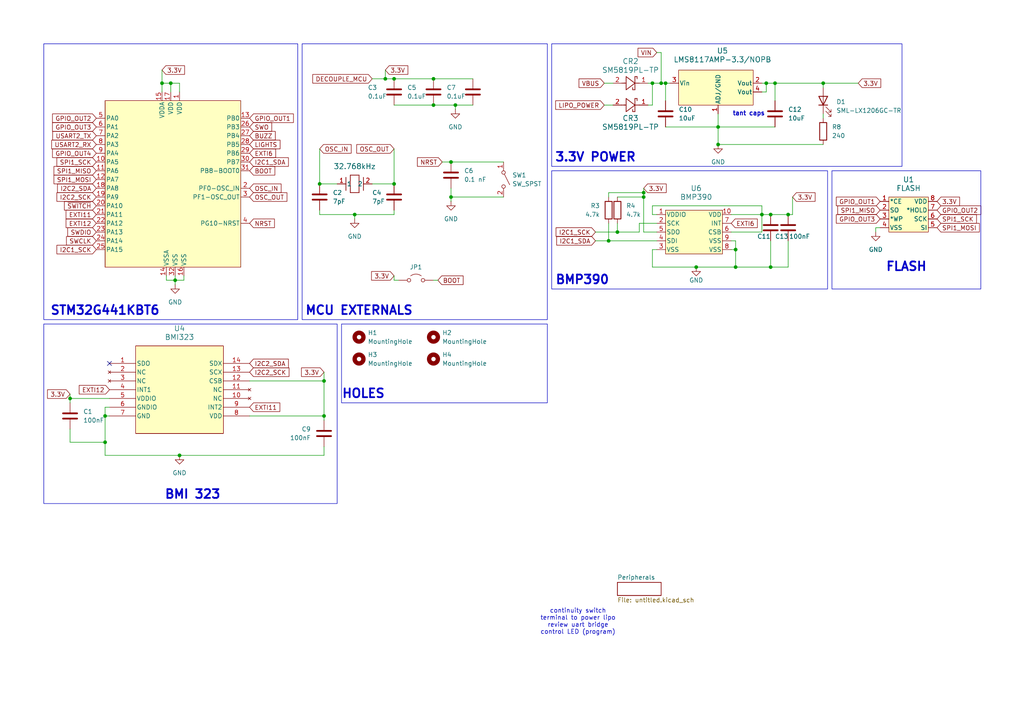
<source format=kicad_sch>
(kicad_sch (version 20250114) (generator "eeschema") (generator_version "9.0")
  (paper "A4")
  (lib_symbols
    (symbol "BMI323:BMI323" (pin_names (offset 0.254))
      (property "Reference" "U6" (at 20.32 10.16 0))
      (property "Value" "BMI323" (at 20.32 7.62 0))
      (symbol "BMI323_0_1"
        (polyline (pts (xy 7.62 5.08) (xy 7.62 -20.32)) (stroke (width 0.127)))
        (polyline (pts (xy 7.62 -20.32) (xy 33.02 -20.32)) (stroke (width 0.127)))
        (polyline (pts (xy 33.02 5.08) (xy 7.62 5.08)) (stroke (width 0.127)))
        (polyline (pts (xy 33.02 -20.32) (xy 33.02 5.08)) (stroke (width 0.127)))
        (pin bidirectional line (at 0 0 0) (length 7.62) (name "SDO") (number "1"))
        (pin no_connect line (at 0 -2.54 0) (length 7.62) (name "NC") (number "2"))
        (pin no_connect line (at 0 -5.08 0) (length 7.62) (name "NC") (number "3"))
        (pin bidirectional line (at 0 -7.62 0) (length 7.62) (name "INT1") (number "4"))
        (pin power_in line (at 0 -10.16 0) (length 7.62) (name "VDDIO") (number "5"))
        (pin power_out line (at 0 -12.7 0) (length 7.62) (name "GNDIO") (number "6"))
        (pin power_out line (at 0 -15.24 0) (length 7.62) (name "GND") (number "7"))
        (pin bidirectional line (at 40.64 0 180) (length 7.62) (name "SDX") (number "14"))
        (pin input line (at 40.64 -2.54 180) (length 7.62) (name "SCX") (number "13"))
        (pin input line (at 40.64 -5.08 180) (length 7.62) (name "CSB") (number "12"))
        (pin no_connect line (at 40.64 -7.62 180) (length 7.62) (name "NC") (number "11"))
        (pin no_connect line (at 40.64 -10.16 180) (length 7.62) (name "NC") (number "10"))
        (pin bidirectional line (at 40.64 -12.7 180) (length 7.62) (name "INT2") (number "9"))
        (pin power_in line (at 40.64 -15.24 180) (length 7.62) (name "VDD") (number "8"))
      )
      (symbol "BMI323_1_1"
        (rectangle (start 7.62 5.08) (end 33.02 -20.32) (fill (type background)))
      )
    )
    (symbol "BMP390:BMP390" (pin_names (offset 0.254))
      (property "Reference" "U4" (at 20.32 12.7 0))
      (property "Value" "BMP390" (at 20.32 10.16 0))
      (symbol "BMP390_0_1"
        (pin power_in line (at 8.89 5.08 0) (length 2.54) (name "VDDIO") (number "1"))
        (pin input line (at 8.89 2.54 0) (length 2.54) (name "SCK") (number "2"))
        (pin bidirectional line (at 8.89 0 0) (length 2.54) (name "SDO") (number "5"))
        (pin bidirectional line (at 8.89 -2.54 0) (length 2.54) (name "SDI") (number "4"))
        (pin power_out line (at 8.89 -5.08 0) (length 2.54) (name "VSS") (number "3"))
        (pin power_in line (at 30.48 5.08 180) (length 2.54) (name "VDD") (number "10"))
        (pin input line (at 30.48 2.54 180) (length 2.54) (name "INT") (number "7"))
        (pin input line (at 30.48 0 180) (length 2.54) (name "CSB") (number "6"))
        (pin power_out line (at 30.48 -2.54 180) (length 2.54) (name "VSS") (number "9"))
        (pin power_out line (at 30.48 -5.08 180) (length 2.54) (name "VSS") (number "8"))
      )
      (symbol "BMP390_1_1"
        (rectangle (start 11.43 6.35) (end 27.94 -6.35) (fill (type background)))
      )
    )
    (symbol "CRYSTRES:CM7V-T1A-32.768KHZ-7PF-20PPM-TA-QC" (pin_names (offset 0.254))
      (property "Reference" "X" (at 5.08 4.445 0))
      (property "Value" "CM7V-T1A-32.768KHZ-7PF-20PPM-TA-QC" (at 5.08 -4.445 0))
      (symbol "CM7V-T1A-32.768KHZ-7PF-20PPM-TA-QC_1_1"
        (polyline (pts (xy 2.54 -1.905) (xy 2.54 1.905)) (stroke (width 0.2032)))
        (polyline (pts (xy 3.81 2.54) (xy 6.35 2.54)) (stroke (width 0.2032)))
        (polyline (pts (xy 3.81 -2.54) (xy 3.81 2.54)) (stroke (width 0.2032)))
        (polyline (pts (xy 6.35 2.54) (xy 6.35 -2.54)) (stroke (width 0.2032)))
        (polyline (pts (xy 6.35 -2.54) (xy 3.81 -2.54)) (stroke (width 0.2032)))
        (polyline (pts (xy 7.62 -1.905) (xy 7.62 1.905)) (stroke (width 0.2032)))
        (pin unspecified line (at 0 0 0) (length 2.54) (name "1") (number "1"))
        (pin unspecified line (at 10.16 0 180) (length 2.54) (name "2") (number "2"))
      )
      (symbol "CM7V-T1A-32.768KHZ-7PF-20PPM-TA-QC_1_2"
        (polyline (pts (xy -2.54 6.35) (xy 2.54 6.35)) (stroke (width 0.2032)))
        (polyline (pts (xy -2.54 3.81) (xy -2.54 6.35)) (stroke (width 0.2032)))
        (polyline (pts (xy 1.905 7.62) (xy -1.905 7.62)) (stroke (width 0.2032)))
        (polyline (pts (xy 1.905 2.54) (xy -1.905 2.54)) (stroke (width 0.2032)))
        (polyline (pts (xy 2.54 6.35) (xy 2.54 3.81)) (stroke (width 0.2032)))
        (polyline (pts (xy 2.54 3.81) (xy -2.54 3.81)) (stroke (width 0.2032)))
        (pin unspecified line (at 0 10.16 270) (length 2.54) (name "2") (number "2"))
        (pin unspecified line (at 0 0 90) (length 2.54) (name "1") (number "1"))
      )
    )
    (symbol "DIODEPWR:SM5819PL-TP" (pin_names (offset 0.254))
      (property "Reference" "CR" (at 5.08 4.445 0))
      (property "Value" "SM5819PL-TP" (at 5.08 -3.81 0))
      (symbol "SM5819PL-TP_0_1"
        (polyline (pts (xy 2.54 0) (xy 3.4798 0)) (stroke (width 0.2032)))
        (polyline (pts (xy 3.175 0) (xy 3.81 0)) (stroke (width 0.2032)))
        (polyline (pts (xy 3.81 1.905) (xy 3.81 -1.905)) (stroke (width 0.2032)))
        (polyline (pts (xy 3.81 -1.905) (xy 6.35 0)) (stroke (width 0.2032)))
        (polyline (pts (xy 5.715 -1.905) (xy 5.715 -1.27)) (stroke (width 0.2032)))
        (polyline (pts (xy 6.35 1.905) (xy 6.985 1.905)) (stroke (width 0.2032)))
        (polyline (pts (xy 6.35 0) (xy 3.81 1.905)) (stroke (width 0.2032)))
        (polyline (pts (xy 6.35 0) (xy 7.62 0)) (stroke (width 0.2032)))
        (polyline (pts (xy 6.35 -1.905) (xy 5.715 -1.905)) (stroke (width 0.2032)))
        (polyline (pts (xy 6.35 -1.905) (xy 6.35 1.905)) (stroke (width 0.2032)))
        (polyline (pts (xy 6.985 1.905) (xy 6.985 1.27)) (stroke (width 0.2032)))
        (pin unspecified line (at 0 0 0) (length 2.54) (name "") (number "2"))
        (pin unspecified line (at 10.16 0 180) (length 2.54) (name "") (number "1"))
      )
    )
    (symbol "Device:C" (pin_numbers (hide yes)) (pin_names (offset 0.254))
      (property "Reference" "C" (at 0.635 2.54 0))
      (property "Value" "C" (at 0.635 -2.54 0))
      (symbol "C_0_1"
        (polyline (pts (xy -2.032 0.762) (xy 2.032 0.762)) (stroke (width 0.508)))
        (polyline (pts (xy -2.032 -0.762) (xy 2.032 -0.762)) (stroke (width 0.508)))
      )
      (symbol "C_1_1"
        (pin passive line (at 0 3.81 270) (length 2.794) (name "~") (number "1"))
        (pin passive line (at 0 -3.81 90) (length 2.794) (name "~") (number "2"))
      )
    )
    (symbol "Device:LED" (pin_numbers (hide yes)) (pin_names (offset 1.016) (hide yes))
      (property "Reference" "D" (at 0 2.54 0))
      (property "Value" "LED" (at 0 -2.54 0))
      (symbol "LED_0_1"
        (polyline (pts (xy -3.048 -0.762) (xy -4.572 -2.286) (xy -3.81 -2.286) (xy -4.572 -2.286) (xy -4.572 -1.524)))
        (polyline (pts (xy -1.778 -0.762) (xy -3.302 -2.286) (xy -2.54 -2.286) (xy -3.302 -2.286) (xy -3.302 -1.524)))
        (polyline (pts (xy -1.27 0) (xy 1.27 0)))
        (polyline (pts (xy -1.27 -1.27) (xy -1.27 1.27)) (stroke (width 0.254)))
        (polyline (pts (xy 1.27 -1.27) (xy 1.27 1.27) (xy -1.27 0) (xy 1.27 -1.27)) (stroke (width 0.254)))
      )
      (symbol "LED_1_1"
        (pin passive line (at -3.81 0 0) (length 2.54) (name "K") (number "1"))
        (pin passive line (at 3.81 0 180) (length 2.54) (name "A") (number "2"))
      )
    )
    (symbol "Device:R" (pin_numbers (hide yes)) (pin_names (offset 0))
      (property "Reference" "R" (at 2.032 0 90))
      (property "Value" "R" (at 0 0 90))
      (symbol "R_0_1"
        (rectangle (start -1.016 -2.54) (end 1.016 2.54) (stroke (width 0.254)))
      )
      (symbol "R_1_1"
        (pin passive line (at 0 3.81 270) (length 1.27) (name "~") (number "1"))
        (pin passive line (at 0 -3.81 90) (length 1.27) (name "~") (number "2"))
      )
    )
    (symbol "FLASH:SST25VF010A-33-4C-SAE" (pin_names (offset 0.254))
      (property "Reference" "U3" (at 30.48 10.16 0))
      (property "Value" "SST25VF010A-33-4C-SAE" (at 30.48 7.62 0))
      (symbol "SST25VF010A-33-4C-SAE_0_1"
        (pin input line (at 21.59 5.08 0) (length 2.54) (name "*CE") (number "1"))
        (pin output line (at 21.59 2.54 0) (length 2.54) (name "SO") (number "2"))
        (pin input line (at 21.59 0 0) (length 2.54) (name "*WP") (number "3"))
        (pin power_in line (at 21.59 -2.54 0) (length 2.54) (name "VSS") (number "4"))
        (pin power_in line (at 38.1 5.08 180) (length 2.54) (name "VDD") (number "8"))
        (pin input line (at 38.1 2.54 180) (length 2.54) (name "*HOLD") (number "7"))
        (pin input line (at 38.1 0 180) (length 2.54) (name "SCK") (number "6"))
        (pin input line (at 38.1 -2.54 180) (length 2.54) (name "SI") (number "5"))
      )
      (symbol "SST25VF010A-33-4C-SAE_1_1"
        (rectangle (start 24.13 6.35) (end 35.56 -3.81) (fill (type background)))
      )
    )
    (symbol "Jumper:Jumper_2_Open" (pin_numbers (hide yes)) (pin_names (offset 0) (hide yes))
      (property "Reference" "JP" (at 0 2.794 0))
      (property "Value" "Jumper_2_Open" (at 0 -2.286 0))
      (symbol "Jumper_2_Open_0_0"
        (circle (center -2.032 0) (radius 0.508))
        (circle (center 2.032 0) (radius 0.508))
      )
      (symbol "Jumper_2_Open_0_1"
        (arc (start -1.524 1.27) (mid 0 1.778) (end 1.524 1.27))
      )
      (symbol "Jumper_2_Open_1_1"
        (pin passive line (at -5.08 0 0) (length 2.54) (name "A") (number "1"))
        (pin passive line (at 5.08 0 180) (length 2.54) (name "B") (number "2"))
      )
    )
    (symbol "LINREG:LMS8117AMP-3.3_NOPB" (pin_names (offset 0.254))
      (property "Reference" "U2" (at 35.56 6.858 0))
      (property "Value" "LMS8117AMP-3.3/NOPB" (at 35.56 4.318 0))
      (symbol "LMS8117AMP-3.3_NOPB_0_1"
        (pin input line (at 20.32 -2.54 0) (length 2.54) (name "Vin") (number "3"))
        (pin passive line (at 34.29 -11.43 90) (length 2.54) (name "ADJ/GND") (number "1"))
        (pin output line (at 46.99 -2.54 180) (length 2.54) (name "Vout") (number "2"))
        (pin output line (at 46.99 -5.08 180) (length 2.54) (name "Vout") (number "4"))
      )
      (symbol "LMS8117AMP-3.3_NOPB_1_1"
        (rectangle (start 22.86 1.27) (end 44.45 -8.89) (fill (type background)))
      )
    )
    (symbol "Mechanical:MountingHole" (pin_names (offset 1.016)) (in_bom no)
      (property "Reference" "H" (at 0 5.08 0))
      (property "Value" "MountingHole" (at 0 3.175 0))
      (symbol "MountingHole_0_1"
        (circle (center 0 0) (radius 1.27) (stroke (width 1.27)))
      )
    )
    (symbol "STM32G441KBT6:STM32G441KBT6" (pin_names (offset 0.254))
      (symbol "STM32G441KBT6_1_1"
        (polyline (pts (xy 7.62 5.08) (xy 7.62 -43.18)) (stroke (width 0.127)))
        (rectangle (start 7.62 5.08) (end 46.99 -43.18) (fill (type background)))
        (pin bidirectional line (at 5.08 0 0) (length 2.54) (name "PA0") (number "5"))
        (pin bidirectional line (at 5.08 -2.54 0) (length 2.54) (name "PA1") (number "6"))
        (pin bidirectional line (at 5.08 -5.08 0) (length 2.54) (name "PA2") (number "7"))
        (pin bidirectional line (at 5.08 -7.62 0) (length 2.54) (name "PA3") (number "8"))
        (pin bidirectional line (at 5.08 -10.16 0) (length 2.54) (name "PA4") (number "9"))
        (pin bidirectional line (at 5.08 -12.7 0) (length 2.54) (name "PA5") (number "10"))
        (pin bidirectional line (at 5.08 -15.24 0) (length 2.54) (name "PA6") (number "11"))
        (pin bidirectional line (at 5.08 -17.78 0) (length 2.54) (name "PA7") (number "12"))
        (pin bidirectional line (at 5.08 -20.32 0) (length 2.54) (name "PA8") (number "18"))
        (pin bidirectional line (at 5.08 -22.86 0) (length 2.54) (name "PA9") (number "19"))
        (pin bidirectional line (at 5.08 -25.4 0) (length 2.54) (name "PA10") (number "20"))
        (pin bidirectional line (at 5.08 -27.94 0) (length 2.54) (name "PA11") (number "21"))
        (pin bidirectional line (at 5.08 -30.48 0) (length 2.54) (name "PA12") (number "22"))
        (pin bidirectional line (at 5.08 -33.02 0) (length 2.54) (name "PA13") (number "23"))
        (pin bidirectional line (at 5.08 -35.56 0) (length 2.54) (name "PA14") (number "24"))
        (pin bidirectional line (at 5.08 -38.1 0) (length 2.54) (name "PA15") (number "25"))
        (pin power_in line (at 24.13 7.62 270) (length 2.54) (name "VDDA") (number "15"))
        (pin power_in line (at 25.4 -45.72 90) (length 2.54) (name "VSSA") (number "14"))
        (pin power_in line (at 26.67 7.62 270) (length 2.54) (name "VDD") (number "17"))
        (pin power_in line (at 27.94 -45.72 90) (length 2.54) (name "VSS") (number "32"))
        (pin power_in line (at 29.21 7.62 270) (length 2.54) (name "VDD") (number "1"))
        (pin power_in line (at 30.48 -45.72 90) (length 2.54) (name "VSS") (number "16"))
        (pin bidirectional line (at 49.53 0 180) (length 2.54) (name "PB0") (number "13"))
        (pin bidirectional line (at 49.53 -2.54 180) (length 2.54) (name "PB3") (number "26"))
        (pin bidirectional line (at 49.53 -5.08 180) (length 2.54) (name "PB4") (number "27"))
        (pin bidirectional line (at 49.53 -7.62 180) (length 2.54) (name "PB5") (number "28"))
        (pin bidirectional line (at 49.53 -10.16 180) (length 2.54) (name "PB6") (number "29"))
        (pin bidirectional line (at 49.53 -12.7 180) (length 2.54) (name "PB7") (number "30"))
        (pin bidirectional line (at 49.53 -15.24 180) (length 2.54) (name "PB8-BOOT0") (number "31"))
        (pin bidirectional line (at 49.53 -20.32 180) (length 2.54) (name "PF0-OSC_IN") (number "2"))
        (pin bidirectional line (at 49.53 -22.86 180) (length 2.54) (name "PF1-OSC_OUT") (number "3"))
        (pin bidirectional line (at 49.53 -30.48 180) (length 2.54) (name "PG10-NRST") (number "4"))
      )
    )
    (symbol "Switch:SW_SPST" (pin_names (offset 0) (hide yes))
      (property "Reference" "SW" (at 0 3.175 0))
      (property "Value" "SW_SPST" (at 0 -2.54 0))
      (symbol "SW_SPST_0_0"
        (circle (center -2.032 0) (radius 0.508))
        (polyline (pts (xy -1.524 0.254) (xy 1.524 1.778)))
        (circle (center 2.032 0) (radius 0.508))
      )
      (symbol "SW_SPST_1_1"
        (pin passive line (at -5.08 0 0) (length 2.54) (name "A") (number "1"))
        (pin passive line (at 5.08 0 180) (length 2.54) (name "B") (number "2"))
      )
    )
    (symbol "power:GND" (power) (pin_numbers (hide yes)) (pin_names (offset 0) (hide yes))
      (property "Value" "GND" (at 0 -3.81 0))
      (symbol "GND_0_1"
        (polyline (pts (xy 0 0) (xy 0 -1.27) (xy 1.27 -1.27) (xy 0 -2.54) (xy -1.27 -1.27) (xy 0 -1.27)))
      )
      (symbol "GND_1_1"
        (pin power_in line (at 0 0 270) (length 0) (name "~") (number "1"))
      )
    )
  )
  (rectangle (start 99.06 93.98) (end 158.75 116.84))
  (rectangle (start 12.7 93.98) (end 97.79 146.05))
  (rectangle (start 12.7 12.7) (end 86.36 92.71))
  (rectangle (start 87.63 12.7) (end 158.75 92.71))
  (rectangle (start 160.02 49.53) (end 240.03 83.82))
  (rectangle (start 241.3 49.53) (end 284.48 83.82))
  (rectangle (start 160.02 12.7) (end 261.62 48.26))
  (text "tant caps\n" (at 217.17 33.02 0) (effects (font (size 1.27 1.27) (thickness 0.254) (bold yes))))
  (text "continuity switch\nterminal to power lipo\nreview uart bridge\ncontrol LED (program)\n" (at 167.64 180.34 0) (effects (font (size 1.27 1.27))))
  (text "BMI 323" (at 55.88 143.51 0) (effects (font (size 2.54 2.54) (thickness 0.508) (bold yes))))
  (text "HOLES" (at 105.41 114.3 0) (effects (font (size 2.54 2.54) (thickness 0.508) (bold yes))))
  (text "MCU EXTERNALS" (at 104.14 90.17 0) (effects (font (size 2.54 2.54) (thickness 0.508) (bold yes))))
  (text "STM32G441KBT6" (at 30.48 90.17 0) (effects (font (size 2.54 2.54) (thickness 0.508) (bold yes))))
  (text "FLASH" (at 262.89 77.47 0) (effects (font (size 2.54 2.54) (thickness 0.508) (bold yes))))
  (text "BMP390" (at 168.91 81.28 0) (effects (font (size 2.54 2.54) (thickness 0.508) (bold yes))))
  (text "3.3V POWER" (at 172.72 45.72 0) (effects (font (size 2.54 2.54) (thickness 0.508) (bold yes))))
  (junction (at 220.98 62.23))
  (junction (at 176.53 69.85))
  (junction (at 114.3 53.34))
  (junction (at 30.48 120.65))
  (junction (at 223.52 62.23))
  (junction (at 20.32 115.57))
  (junction (at 30.48 128.27))
  (junction (at 132.08 30.48))
  (junction (at 130.81 46.99))
  (junction (at 46.99 24.13))
  (junction (at 125.73 22.86))
  (junction (at 213.36 72.39))
  (junction (at 228.6 62.23))
  (junction (at 186.69 55.88))
  (junction (at 223.52 77.47))
  (junction (at 111.76 22.86))
  (junction (at 191.77 24.13))
  (junction (at 130.81 57.15))
  (junction (at 186.69 57.15))
  (junction (at 208.28 36.83))
  (junction (at 125.73 30.48))
  (junction (at 222.25 24.13))
  (junction (at 208.28 41.91))
  (junction (at 49.53 24.13))
  (junction (at 52.07 132.08))
  (junction (at 102.87 62.23))
  (junction (at 179.07 67.31))
  (junction (at 114.3 22.86))
  (junction (at 93.98 110.49))
  (junction (at 92.71 53.34))
  (junction (at 224.79 24.13))
  (junction (at 50.8 81.28))
  (junction (at 201.93 77.47))
  (junction (at 213.36 77.47))
  (junction (at 189.23 24.13))
  (junction (at 238.76 24.13))
  (junction (at 193.04 24.13))
  (junction (at 93.98 120.65))
  (no_connect (at 31.75 105.41))
  (wire (pts (xy 30.48 120.65) (xy 30.48 128.27)))
  (wire (pts (xy 193.04 24.13) (xy 193.04 29.21)))
  (wire (pts (xy 111.76 20.32) (xy 111.76 22.86)))
  (wire (pts (xy 223.52 69.85) (xy 223.52 77.47)))
  (wire (pts (xy 212.09 62.23) (xy 220.98 62.23)))
  (wire (pts (xy 107.95 22.86) (xy 111.76 22.86)))
  (wire (pts (xy 224.79 24.13) (xy 238.76 24.13)))
  (wire (pts (xy 228.6 69.85) (xy 228.6 77.47)))
  (wire (pts (xy 93.98 107.95) (xy 93.98 110.49)))
  (wire (pts (xy 189.23 30.48) (xy 189.23 24.13)))
  (wire (pts (xy 93.98 110.49) (xy 93.98 120.65)))
  (wire (pts (xy 189.23 72.39) (xy 190.5 72.39)))
  (wire (pts (xy 190.5 62.23) (xy 189.23 62.23)))
  (wire (pts (xy 102.87 62.23) (xy 102.87 63.5)))
  (wire (pts (xy 189.23 77.47) (xy 201.93 77.47)))
  (wire (pts (xy 114.3 30.48) (xy 125.73 30.48)))
  (wire (pts (xy 187.96 30.48) (xy 189.23 30.48)))
  (wire (pts (xy 114.3 53.34) (xy 114.3 43.18)))
  (wire (pts (xy 193.04 24.13) (xy 194.31 24.13)))
  (wire (pts (xy 30.48 118.11) (xy 30.48 120.65)))
  (wire (pts (xy 130.81 46.99) (xy 146.05 46.99)))
  (wire (pts (xy 125.73 22.86) (xy 137.16 22.86)))
  (wire (pts (xy 220.98 67.31) (xy 220.98 62.23)))
  (wire (pts (xy 20.32 128.27) (xy 30.48 128.27)))
  (wire (pts (xy 107.95 53.34) (xy 114.3 53.34)))
  (wire (pts (xy 20.32 114.3) (xy 20.32 115.57)))
  (wire (pts (xy 114.3 62.23) (xy 114.3 60.96)))
  (wire (pts (xy 212.09 69.85) (xy 213.36 69.85)))
  (wire (pts (xy 220.98 59.69) (xy 220.98 62.23)))
  (wire (pts (xy 208.28 41.91) (xy 238.76 41.91)))
  (wire (pts (xy 254 67.31) (xy 254 66.04)))
  (wire (pts (xy 93.98 120.65) (xy 93.98 121.92)))
  (wire (pts (xy 20.32 124.46) (xy 20.32 128.27)))
  (wire (pts (xy 20.32 115.57) (xy 20.32 116.84)))
  (wire (pts (xy 46.99 24.13) (xy 49.53 24.13)))
  (wire (pts (xy 175.26 24.13) (xy 177.8 24.13)))
  (wire (pts (xy 114.3 22.86) (xy 125.73 22.86)))
  (wire (pts (xy 111.76 22.86) (xy 114.3 22.86)))
  (wire (pts (xy 130.81 54.61) (xy 130.81 57.15)))
  (wire (pts (xy 220.98 26.67) (xy 222.25 26.67)))
  (wire (pts (xy 46.99 20.32) (xy 46.99 24.13)))
  (wire (pts (xy 212.09 67.31) (xy 220.98 67.31)))
  (wire (pts (xy 30.48 120.65) (xy 31.75 120.65)))
  (wire (pts (xy 31.75 118.11) (xy 30.48 118.11)))
  (wire (pts (xy 114.3 81.28) (xy 114.3 80.01)))
  (wire (pts (xy 176.53 55.88) (xy 186.69 55.88)))
  (wire (pts (xy 254 66.04) (xy 255.27 66.04)))
  (wire (pts (xy 189.23 72.39) (xy 189.23 77.47)))
  (wire (pts (xy 92.71 60.96) (xy 92.71 62.23)))
  (wire (pts (xy 176.53 69.85) (xy 190.5 69.85)))
  (wire (pts (xy 175.26 30.48) (xy 177.8 30.48)))
  (wire (pts (xy 125.73 30.48) (xy 132.08 30.48)))
  (wire (pts (xy 130.81 57.15) (xy 146.05 57.15)))
  (wire (pts (xy 92.71 62.23) (xy 102.87 62.23)))
  (wire (pts (xy 30.48 132.08) (xy 52.07 132.08)))
  (wire (pts (xy 213.36 77.47) (xy 201.93 77.47)))
  (wire (pts (xy 228.6 77.47) (xy 223.52 77.47)))
  (wire (pts (xy 189.23 62.23) (xy 189.23 59.69)))
  (wire (pts (xy 187.96 24.13) (xy 189.23 24.13)))
  (wire (pts (xy 72.39 120.65) (xy 93.98 120.65)))
  (wire (pts (xy 213.36 69.85) (xy 213.36 72.39)))
  (wire (pts (xy 72.39 110.49) (xy 93.98 110.49)))
  (wire (pts (xy 179.07 67.31) (xy 172.72 67.31)))
  (wire (pts (xy 46.99 24.13) (xy 46.99 26.67)))
  (wire (pts (xy 92.71 53.34) (xy 97.79 53.34)))
  (wire (pts (xy 48.26 80.01) (xy 48.26 81.28)))
  (wire (pts (xy 125.73 81.28) (xy 127 81.28)))
  (wire (pts (xy 223.52 77.47) (xy 213.36 77.47)))
  (wire (pts (xy 190.5 67.31) (xy 186.69 67.31)))
  (wire (pts (xy 229.87 57.15) (xy 229.87 62.23)))
  (wire (pts (xy 49.53 24.13) (xy 52.07 24.13)))
  (wire (pts (xy 48.26 81.28) (xy 50.8 81.28)))
  (wire (pts (xy 50.8 81.28) (xy 50.8 82.55)))
  (wire (pts (xy 20.32 115.57) (xy 31.75 115.57)))
  (wire (pts (xy 53.34 81.28) (xy 53.34 80.01)))
  (wire (pts (xy 132.08 30.48) (xy 137.16 30.48)))
  (wire (pts (xy 49.53 24.13) (xy 49.53 26.67)))
  (wire (pts (xy 220.98 24.13) (xy 222.25 24.13)))
  (wire (pts (xy 128.27 46.99) (xy 130.81 46.99)))
  (wire (pts (xy 190.5 15.24) (xy 191.77 15.24)))
  (wire (pts (xy 193.04 36.83) (xy 208.28 36.83)))
  (wire (pts (xy 185.42 67.31) (xy 179.07 67.31)))
  (wire (pts (xy 132.08 30.48) (xy 132.08 31.75)))
  (wire (pts (xy 50.8 80.01) (xy 50.8 81.28)))
  (wire (pts (xy 222.25 24.13) (xy 224.79 24.13)))
  (wire (pts (xy 179.07 57.15) (xy 186.69 57.15)))
  (wire (pts (xy 186.69 55.88) (xy 186.69 57.15)))
  (wire (pts (xy 52.07 24.13) (xy 52.07 26.67)))
  (wire (pts (xy 238.76 33.02) (xy 238.76 34.29)))
  (wire (pts (xy 228.6 62.23) (xy 223.52 62.23)))
  (wire (pts (xy 208.28 33.02) (xy 208.28 36.83)))
  (wire (pts (xy 130.81 57.15) (xy 130.81 58.42)))
  (wire (pts (xy 50.8 81.28) (xy 53.34 81.28)))
  (wire (pts (xy 208.28 36.83) (xy 224.79 36.83)))
  (wire (pts (xy 224.79 24.13) (xy 224.79 29.21)))
  (wire (pts (xy 213.36 72.39) (xy 212.09 72.39)))
  (wire (pts (xy 208.28 36.83) (xy 208.28 41.91)))
  (wire (pts (xy 223.52 62.23) (xy 220.98 62.23)))
  (wire (pts (xy 189.23 24.13) (xy 191.77 24.13)))
  (wire (pts (xy 93.98 132.08) (xy 52.07 132.08)))
  (wire (pts (xy 172.72 69.85) (xy 176.53 69.85)))
  (wire (pts (xy 190.5 64.77) (xy 185.42 64.77)))
  (wire (pts (xy 30.48 132.08) (xy 30.48 128.27)))
  (wire (pts (xy 189.23 59.69) (xy 220.98 59.69)))
  (wire (pts (xy 185.42 64.77) (xy 185.42 67.31)))
  (wire (pts (xy 176.53 57.15) (xy 176.53 55.88)))
  (wire (pts (xy 186.69 54.61) (xy 186.69 55.88)))
  (wire (pts (xy 176.53 64.77) (xy 176.53 69.85)))
  (wire (pts (xy 191.77 24.13) (xy 191.77 15.24)))
  (wire (pts (xy 191.77 24.13) (xy 193.04 24.13)))
  (wire (pts (xy 93.98 129.54) (xy 93.98 132.08)))
  (wire (pts (xy 186.69 67.31) (xy 186.69 57.15)))
  (wire (pts (xy 238.76 24.13) (xy 238.76 25.4)))
  (wire (pts (xy 229.87 62.23) (xy 228.6 62.23)))
  (wire (pts (xy 115.57 81.28) (xy 114.3 81.28)))
  (wire (pts (xy 222.25 26.67) (xy 222.25 24.13)))
  (wire (pts (xy 179.07 64.77) (xy 179.07 67.31)))
  (wire (pts (xy 92.71 43.18) (xy 92.71 53.34)))
  (wire (pts (xy 238.76 24.13) (xy 248.92 24.13)))
  (wire (pts (xy 213.36 72.39) (xy 213.36 77.47)))
  (wire (pts (xy 102.87 62.23) (xy 114.3 62.23)))
  (global_label "DECOUPLE_MCU" (shape input) (at 107.95 22.86 180) (property "Intersheetrefs" "${INTERSHEET_REFS}" (effects (hide yes))))
  (global_label "GPIO_OUT3" (shape input) (at 27.94 36.83 180) (property "Intersheetrefs" "${INTERSHEET_REFS}" (effects (hide yes))))
  (global_label "I2C2_SDA" (shape input) (at 27.94 54.61 180) (property "Intersheetrefs" "${INTERSHEET_REFS}" (effects (hide yes))))
  (global_label "BUZZ" (shape input) (at 72.39 39.37 0) (effects (font (thickness 0.1588))) (property "Intersheetrefs" "${INTERSHEET_REFS}" (effects (hide yes))))
  (global_label "I2C2_SCK" (shape input) (at 72.39 107.95 0) (effects (font (thickness 0.1588))) (property "Intersheetrefs" "${INTERSHEET_REFS}" (effects (hide yes))))
  (global_label "3.3V" (shape input) (at 46.99 20.32 0) (property "Intersheetrefs" "${INTERSHEET_REFS}" (effects (hide yes))))
  (global_label "EXTI12" (shape input) (at 31.75 113.03 180) (property "Intersheetrefs" "${INTERSHEET_REFS}" (effects (hide yes))))
  (global_label "BOOT" (shape input) (at 72.39 49.53 0) (property "Intersheetrefs" "${INTERSHEET_REFS}" (effects (hide yes))))
  (global_label "VBUS" (shape input) (at 175.26 24.13 180) (effects (font (thickness 0.1588))) (property "Intersheetrefs" "${INTERSHEET_REFS}" (effects (hide yes))))
  (global_label "3.3V" (shape input) (at 111.76 20.32 0) (property "Intersheetrefs" "${INTERSHEET_REFS}" (effects (hide yes))))
  (global_label "I2C2_SDA" (shape input) (at 72.39 105.41 0) (effects (font (thickness 0.1588))) (property "Intersheetrefs" "${INTERSHEET_REFS}" (effects (hide yes))))
  (global_label "I2C2_SCK" (shape input) (at 27.94 57.15 180) (property "Intersheetrefs" "${INTERSHEET_REFS}" (effects (hide yes))))
  (global_label "EXTI12" (shape input) (at 27.94 64.77 180) (property "Intersheetrefs" "${INTERSHEET_REFS}" (effects (hide yes))))
  (global_label "USART2_RX" (shape input) (at 27.94 41.91 180) (property "Intersheetrefs" "${INTERSHEET_REFS}" (effects (hide yes))))
  (global_label "EXTI6" (shape input) (at 72.39 44.45 0) (property "Intersheetrefs" "${INTERSHEET_REFS}" (effects (hide yes))))
  (global_label "I2C1_SDA" (shape input) (at 172.72 69.85 180) (effects (font (thickness 0.1588))) (property "Intersheetrefs" "${INTERSHEET_REFS}" (effects (hide yes))))
  (global_label "SWDIO" (shape input) (at 27.94 67.31 180) (property "Intersheetrefs" "${INTERSHEET_REFS}" (effects (hide yes))))
  (global_label "GPIO_OUT1" (shape input) (at 72.39 34.29 0) (property "Intersheetrefs" "${INTERSHEET_REFS}" (effects (hide yes))))
  (global_label "I2C1_SDA" (shape input) (at 72.39 46.99 0) (property "Intersheetrefs" "${INTERSHEET_REFS}" (effects (hide yes))))
  (global_label "I2C1_SCK" (shape input) (at 27.94 72.39 180) (property "Intersheetrefs" "${INTERSHEET_REFS}" (effects (hide yes))))
  (global_label "SPI1_SCK" (shape input) (at 27.94 46.99 180) (property "Intersheetrefs" "${INTERSHEET_REFS}" (effects (hide yes))))
  (global_label "GPIO_OUT3" (shape input) (at 255.27 63.5 180) (property "Intersheetrefs" "${INTERSHEET_REFS}" (effects (hide yes))))
  (global_label "EXTI11" (shape input) (at 27.94 62.23 180) (property "Intersheetrefs" "${INTERSHEET_REFS}" (effects (hide yes))))
  (global_label "VIN" (shape input) (at 190.5 15.24 180) (effects (font (thickness 0.1588))) (property "Intersheetrefs" "${INTERSHEET_REFS}" (effects (hide yes))))
  (global_label "SWO" (shape input) (at 72.39 36.83 0) (property "Intersheetrefs" "${INTERSHEET_REFS}" (effects (hide yes))))
  (global_label "SPI1_MISO" (shape input) (at 255.27 60.96 180) (property "Intersheetrefs" "${INTERSHEET_REFS}" (effects (hide yes))))
  (global_label "OSC_OUT" (shape input) (at 72.39 57.15 0) (property "Intersheetrefs" "${INTERSHEET_REFS}" (effects (hide yes))))
  (global_label "OSC_IN" (shape input) (at 72.39 54.61 0) (property "Intersheetrefs" "${INTERSHEET_REFS}" (effects (hide yes))))
  (global_label "BOOT" (shape input) (at 127 81.28 0) (effects (font (thickness 0.1588))) (property "Intersheetrefs" "${INTERSHEET_REFS}" (effects (hide yes))))
  (global_label "LIPO_POWER" (shape input) (at 175.26 30.48 180) (effects (font (thickness 0.1588))) (property "Intersheetrefs" "${INTERSHEET_REFS}" (effects (hide yes))))
  (global_label "OSC_IN" (shape input) (at 92.71 43.18 0) (property "Intersheetrefs" "${INTERSHEET_REFS}" (effects (hide yes))))
  (global_label "EXTI6" (shape input) (at 212.09 64.77 0) (property "Intersheetrefs" "${INTERSHEET_REFS}" (effects (hide yes))))
  (global_label "3.3V" (shape input) (at 229.87 57.15 0) (property "Intersheetrefs" "${INTERSHEET_REFS}" (effects (hide yes))))
  (global_label "SPI1_SCK" (shape input) (at 271.78 63.5 0) (property "Intersheetrefs" "${INTERSHEET_REFS}" (effects (hide yes))))
  (global_label "SPI1_MOSI" (shape input) (at 271.78 66.04 0) (property "Intersheetrefs" "${INTERSHEET_REFS}" (effects (hide yes))))
  (global_label "LIGHTS" (shape input) (at 72.39 41.91 0) (effects (font (thickness 0.1588))) (property "Intersheetrefs" "${INTERSHEET_REFS}" (effects (hide yes))))
  (global_label "I2C1_SCK" (shape input) (at 172.72 67.31 180) (effects (font (thickness 0.1588))) (property "Intersheetrefs" "${INTERSHEET_REFS}" (effects (hide yes))))
  (global_label "3.3V" (shape input) (at 114.3 80.01 180) (property "Intersheetrefs" "${INTERSHEET_REFS}" (effects (hide yes))))
  (global_label "3.3V" (shape input) (at 186.69 54.61 0) (property "Intersheetrefs" "${INTERSHEET_REFS}" (effects (hide yes))))
  (global_label "3.3V" (shape input) (at 20.32 114.3 180) (property "Intersheetrefs" "${INTERSHEET_REFS}" (effects (hide yes))))
  (global_label "SPI1_MOSI" (shape input) (at 27.94 52.07 180) (property "Intersheetrefs" "${INTERSHEET_REFS}" (effects (hide yes))))
  (global_label "NRST" (shape input) (at 72.39 64.77 0) (property "Intersheetrefs" "${INTERSHEET_REFS}" (effects (hide yes))))
  (global_label "EXTI11" (shape input) (at 72.39 118.11 0) (property "Intersheetrefs" "${INTERSHEET_REFS}" (effects (hide yes))))
  (global_label "OSC_OUT" (shape input) (at 114.3 43.18 180) (property "Intersheetrefs" "${INTERSHEET_REFS}" (effects (hide yes))))
  (global_label "~{SWITCH}" (shape input) (at 27.94 59.69 180) (property "Intersheetrefs" "${INTERSHEET_REFS}" (effects (hide yes))))
  (global_label "NRST" (shape input) (at 128.27 46.99 180) (effects (font (thickness 0.1588))) (property "Intersheetrefs" "${INTERSHEET_REFS}" (effects (hide yes))))
  (global_label "3.3V" (shape input) (at 93.98 107.95 180) (property "Intersheetrefs" "${INTERSHEET_REFS}" (effects (hide yes))))
  (global_label "SWCLK" (shape input) (at 27.94 69.85 180) (property "Intersheetrefs" "${INTERSHEET_REFS}" (effects (hide yes))))
  (global_label "GPIO_OUT4" (shape input) (at 27.94 44.45 180) (property "Intersheetrefs" "${INTERSHEET_REFS}" (effects (hide yes))))
  (global_label "GPIO_OUT1" (shape input) (at 255.27 58.42 180) (property "Intersheetrefs" "${INTERSHEET_REFS}" (effects (hide yes))))
  (global_label "3.3V" (shape input) (at 271.78 58.42 0) (property "Intersheetrefs" "${INTERSHEET_REFS}" (effects (hide yes))))
  (global_label "GPIO_OUT2" (shape input) (at 271.78 60.96 0) (property "Intersheetrefs" "${INTERSHEET_REFS}" (effects (hide yes))))
  (global_label "3.3V" (shape input) (at 248.92 24.13 0) (property "Intersheetrefs" "${INTERSHEET_REFS}" (effects (hide yes))))
  (global_label "USART2_TX" (shape input) (at 27.94 39.37 180) (property "Intersheetrefs" "${INTERSHEET_REFS}" (effects (hide yes))))
  (global_label "SPI1_MISO" (shape input) (at 27.94 49.53 180) (property "Intersheetrefs" "${INTERSHEET_REFS}" (effects (hide yes))))
  (global_label "GPIO_OUT2" (shape input) (at 27.94 34.29 180) (property "Intersheetrefs" "${INTERSHEET_REFS}" (effects (hide yes))))
  (symbol (lib_id "STM32G441KBT6:STM32G441KBT6") (at 22.86 34.29 0) (unit 1)
    (property "Reference" "U2" (effects (hide yes)))
    (property "Value" "STM32G441KBT6" (effects (hide yes)))
    (property "Footprint" "Coolstuff:LQFP-32" (effects (hide yes)))
    (property "Datasheet" "https://www.st.com/resource/en/datasheet/stm32g441cb.pdf" (effects (hide yes)))
  )
  (symbol (lib_id "power:GND") (at 50.8 82.55 0) (unit 1)
    (property "Reference" "#PWR06" (effects (hide yes)))
    (property "Value" "GND" (at 50.8 87.63 0))
    (property "Description" "Power symbol creates a global label with name \"GND\" , ground" (effects (hide yes)))
  )
  (symbol (lib_id "Device:R") (at 179.07 60.96 0) (unit 1)
    (property "Reference" "R4" (at 181.61 59.6899 0) (effects (justify left)))
    (property "Value" "4.7k" (at 181.61 62.2299 0) (effects (justify left)))
    (property "Footprint" "Resistor_SMD:R_0603_1608Metric" (effects (hide yes)))
    (property "Description" "Resistor" (effects (hide yes)))
  )
  (symbol (lib_id "Mechanical:MountingHole") (at 125.73 97.79 0) (unit 1) (in_bom no)
    (property "Reference" "H2" (at 128.27 96.5199 0) (effects (justify left)))
    (property "Value" "MountingHole" (at 128.27 99.0599 0) (effects (justify left)))
    (property "Footprint" "MountingHole:MountingHole_2.2mm_M2" (effects (hide yes)))
    (property "Description" "Mounting Hole without connection" (effects (hide yes)))
  )
  (symbol (lib_id "Device:C") (at 137.16 26.67 0) (unit 1)
    (property "Reference" "C7" (at 129.54 25.4 0) (effects (justify left)))
    (property "Value" "0.1uF" (at 129.54 27.94 0) (effects (justify left)))
    (property "Footprint" "Capacitor_SMD:C_0603_1608Metric" (effects (hide yes)))
    (property "Description" "Unpolarized capacitor" (effects (hide yes)))
  )
  (symbol (lib_id "Device:C") (at 224.79 33.02 0) (unit 1)
    (property "Reference" "C12" (at 228.6 31.7499 0) (effects (justify left)))
    (property "Value" "10uF" (at 228.6 34.2899 0) (effects (justify left)))
    (property "Footprint" "Capacitor_SMD:C_0603_1608Metric" (effects (hide yes)))
    (property "Description" "Unpolarized capacitor" (effects (hide yes)))
  )
  (symbol (lib_id "Device:C") (at 193.04 33.02 0) (unit 1)
    (property "Reference" "C10" (at 196.85 31.7499 0) (effects (justify left)))
    (property "Value" "10uF" (at 196.85 34.2899 0) (effects (justify left)))
    (property "Footprint" "Capacitor_SMD:C_0603_1608Metric" (effects (hide yes)))
    (property "Description" "Unpolarized capacitor" (effects (hide yes)))
  )
  (symbol (lib_id "Mechanical:MountingHole") (at 104.14 97.79 0) (unit 1) (in_bom no)
    (property "Reference" "H1" (at 106.68 96.5199 0) (effects (justify left)))
    (property "Value" "MountingHole" (at 106.68 99.0599 0) (effects (justify left)))
    (property "Footprint" "MountingHole:MountingHole_2.2mm_M2" (effects (hide yes)))
    (property "Description" "Mounting Hole without connection" (effects (hide yes)))
  )
  (symbol (lib_id "Device:R") (at 176.53 60.96 0) (mirror y) (unit 1)
    (property "Reference" "R3" (at 173.99 59.6899 0) (effects (justify left)))
    (property "Value" "4.7k" (at 173.99 62.2299 0) (effects (justify left)))
    (property "Footprint" "Resistor_SMD:R_0603_1608Metric" (effects (hide yes)))
    (property "Description" "Resistor" (effects (hide yes)))
  )
  (symbol (lib_id "Device:C") (at 92.71 57.15 0) (unit 1)
    (property "Reference" "C2" (at 96.52 55.8799 0) (effects (justify left)))
    (property "Value" "7pF" (at 96.52 58.4199 0) (effects (justify left)))
    (property "Footprint" "Capacitor_SMD:C_0603_1608Metric" (effects (hide yes)))
    (property "Description" "Unpolarized capacitor" (effects (hide yes)))
  )
  (symbol (lib_id "Device:C") (at 93.98 125.73 0) (mirror y) (unit 1)
    (property "Reference" "C9" (at 90.17 124.4599 0) (effects (justify left)))
    (property "Value" "100nF" (at 90.17 126.9999 0) (effects (justify left)))
    (property "Footprint" "Capacitor_SMD:C_0603_1608Metric" (effects (hide yes)))
    (property "Description" "Unpolarized capacitor" (effects (hide yes)))
  )
  (symbol (lib_id "power:GND") (at 132.08 31.75 0) (unit 1)
    (property "Reference" "#PWR013" (effects (hide yes)))
    (property "Value" "GND" (at 132.08 36.83 0))
    (property "Description" "Power symbol creates a global label with name \"GND\" , ground" (effects (hide yes)))
  )
  (symbol (lib_id "power:GND") (at 52.07 132.08 0) (unit 1)
    (property "Reference" "#PWR010" (effects (hide yes)))
    (property "Value" "GND" (at 52.07 137.16 0))
    (property "Description" "Power symbol creates a global label with name \"GND\" , ground" (effects (hide yes)))
  )
  (symbol (lib_id "Device:C") (at 223.52 66.04 0) (mirror y) (unit 1)
    (property "Reference" "C11" (at 223.52 68.58 0) (effects (justify left)))
    (property "Value" "100nF" (at 234.95 68.58 0) (effects (justify left)))
    (property "Footprint" "Capacitor_SMD:C_0603_1608Metric" (effects (hide yes)))
    (property "Description" "Unpolarized capacitor" (effects (hide yes)))
  )
  (symbol (lib_id "Mechanical:MountingHole") (at 125.73 104.14 0) (unit 1) (in_bom no)
    (property "Reference" "H4" (at 128.27 102.8699 0) (effects (justify left)))
    (property "Value" "MountingHole" (at 128.27 105.4099 0) (effects (justify left)))
    (property "Footprint" "MountingHole:MountingHole_2.2mm_M2" (effects (hide yes)))
    (property "Description" "Mounting Hole without connection" (effects (hide yes)))
  )
  (symbol (lib_id "Device:C") (at 228.6 66.04 0) (unit 1)
    (property "Reference" "C13" (at 224.79 68.58 0) (effects (justify left)))
    (property "Value" "100nF" (effects (hide yes)))
    (property "Footprint" "Capacitor_SMD:C_0603_1608Metric" (effects (hide yes)))
    (property "Description" "Unpolarized capacitor" (effects (hide yes)))
  )
  (symbol (lib_id "Device:R") (at 238.76 38.1 0) (unit 1)
    (property "Reference" "R8" (at 241.3 36.8299 0) (effects (justify left)))
    (property "Value" "240" (at 241.3 39.3699 0) (effects (justify left)))
    (property "Footprint" "Resistor_SMD:R_0603_1608Metric" (effects (hide yes)))
    (property "Description" "Resistor" (effects (hide yes)))
  )
  (symbol (lib_id "power:GND") (at 102.87 63.5 0) (unit 1)
    (property "Reference" "#PWR09" (effects (hide yes)))
    (property "Value" "GND" (at 102.87 68.58 0))
    (property "Description" "Power symbol creates a global label with name \"GND\" , ground" (effects (hide yes)))
  )
  (symbol (lib_id "Device:C") (at 20.32 120.65 0) (unit 1)
    (property "Reference" "C1" (at 24.13 119.3799 0) (effects (justify left)))
    (property "Value" "100nF" (at 24.13 121.9199 0) (effects (justify left)))
    (property "Footprint" "Capacitor_SMD:C_0603_1608Metric" (effects (hide yes)))
    (property "Description" "Unpolarized capacitor" (effects (hide yes)))
  )
  (symbol (lib_id "power:GND") (at 130.81 58.42 0) (unit 1)
    (property "Reference" "#PWR014" (effects (hide yes)))
    (property "Value" "GND" (at 130.81 63.5 0))
    (property "Description" "Power symbol creates a global label with name \"GND\" , ground" (effects (hide yes)))
  )
  (symbol (lib_id "power:GND") (at 201.93 77.47 0) (unit 1)
    (property "Reference" "#PWR019" (effects (hide yes)))
    (property "Value" "GND" (at 201.93 81.28 0))
    (property "Description" "Power symbol creates a global label with name \"GND\" , ground" (effects (hide yes)))
  )
  (symbol (lib_id "BMI323:BMI323") (at 31.75 105.41 0) (unit 1)
    (property "Reference" "U4" (at 52.07 95.25 0) (effects (font (size 1.524 1.524))))
    (property "Value" "BMI323" (at 52.07 97.79 0) (effects (font (size 1.524 1.524))))
    (property "Footprint" "Coolstuff:BMI323_BOS" (effects (hide yes)))
    (property "Datasheet" "BMI323" (effects (hide yes)))
  )
  (symbol (lib_id "Jumper:Jumper_2_Open") (at 120.65 81.28 0) (unit 1)
    (property "Reference" "JP1" (at 120.65 77.47 0))
    (property "Value" "Jumper_2_Open" (effects (hide yes)))
    (property "Footprint" "TestPoint:TestPoint_2Pads_Pitch2.54mm_Drill0.8mm" (effects (hide yes)))
    (property "Description" "Jumper, 2-pole, open" (effects (hide yes)))
  )
  (symbol (lib_id "CRYSTRES:CM7V-T1A-32.768KHZ-7PF-20PPM-TA-QC") (at 97.79 53.34 0) (unit 1)
    (property "Reference" "X1" (effects (hide yes)))
    (property "Value" "32.768kHz" (at 102.87 48.26 0) (effects (font (size 1.524 1.524))))
    (property "Footprint" "Coolstuff:XTAL_CM7V-T1A_MCX" (effects (hide yes)))
    (property "Datasheet" "CM7V-T1A-32.768KHZ-7PF-20PPM-TA-QC" (effects (hide yes)))
  )
  (symbol (lib_id "Device:C") (at 130.81 50.8 0) (unit 1)
    (property "Reference" "C6" (at 134.62 49.5299 0) (effects (justify left)))
    (property "Value" "0.1 nF" (at 134.62 52.0699 0) (effects (justify left)))
    (property "Footprint" "Capacitor_SMD:C_0603_1608Metric" (effects (hide yes)))
    (property "Description" "Unpolarized capacitor" (effects (hide yes)))
  )
  (symbol (lib_id "Mechanical:MountingHole") (at 104.14 104.14 0) (unit 1) (in_bom no)
    (property "Reference" "H3" (at 106.68 102.8699 0) (effects (justify left)))
    (property "Value" "MountingHole" (at 106.68 105.4099 0) (effects (justify left)))
    (property "Footprint" "MountingHole:MountingHole_2.2mm_M2" (effects (hide yes)))
    (property "Description" "Mounting Hole without connection" (effects (hide yes)))
  )
  (symbol (lib_id "BMP390:BMP390") (at 181.61 67.31 0) (unit 1)
    (property "Reference" "U6" (at 201.93 54.61 0) (effects (font (size 1.524 1.524))))
    (property "Value" "BMP390" (at 201.93 57.15 0) (effects (font (size 1.524 1.524))))
    (property "Footprint" "Coolstuff:10LGA_2X2X0p75_BOS" (effects (hide yes)))
    (property "Datasheet" "BMP390" (effects (hide yes)))
  )
  (symbol (lib_id "power:GND") (at 254 67.31 0) (unit 1)
    (property "Reference" "#PWR02" (effects (hide yes)))
    (property "Value" "GND" (at 254 72.39 0))
    (property "Description" "Power symbol creates a global label with name \"GND\" , ground" (effects (hide yes)))
  )
  (symbol (lib_id "Device:C") (at 125.73 26.67 0) (unit 1)
    (property "Reference" "C5" (at 118.11 25.4 0) (effects (justify left)))
    (property "Value" "0.1uF" (at 118.11 27.94 0) (effects (justify left)))
    (property "Footprint" "Capacitor_SMD:C_0603_1608Metric" (effects (hide yes)))
    (property "Description" "Unpolarized capacitor" (effects (hide yes)))
  )
  (symbol (lib_id "Switch:SW_SPST") (at 146.05 52.07 270) (unit 1)
    (property "Reference" "SW1" (at 148.59 50.7999 90) (effects (justify left)))
    (property "Value" "SW_SPST" (at 148.59 53.3399 90) (effects (justify left)))
    (property "Footprint" "Button_Switch_SMD:SW_SPST_PTS647_Sx38" (effects (hide yes)))
    (property "Description" "Single Pole Single Throw (SPST) switch" (effects (hide yes)))
  )
  (symbol (lib_id "Device:C") (at 114.3 26.67 0) (unit 1)
    (property "Reference" "C3" (at 106.68 25.4 0) (effects (justify left)))
    (property "Value" "0.1uF" (at 106.68 27.94 0) (effects (justify left)))
    (property "Footprint" "Capacitor_SMD:C_0603_1608Metric" (effects (hide yes)))
    (property "Description" "Unpolarized capacitor" (effects (hide yes)))
  )
  (symbol (lib_id "DIODEPWR:SM5819PL-TP") (at 177.8 30.48 0) (unit 1)
    (property "Reference" "CR3" (at 182.88 34.29 0) (effects (font (size 1.524 1.524))))
    (property "Value" "SM5819PL-TP" (at 182.88 36.83 0) (effects (font (size 1.524 1.524))))
    (property "Footprint" "Coolstuff:SOD-123FL_MCC" (effects (hide yes)))
    (property "Datasheet" "SM5819PL-TP" (effects (hide yes)))
  )
  (symbol (lib_id "power:GND") (at 208.28 41.91 0) (unit 1)
    (property "Reference" "#PWR020" (effects (hide yes)))
    (property "Value" "GND" (at 208.28 46.99 0))
    (property "Description" "Power symbol creates a global label with name \"GND\" , ground" (effects (hide yes)))
  )
  (symbol (lib_id "FLASH:SST25VF010A-33-4C-SAE") (at 233.68 63.5 0) (unit 1)
    (property "Reference" "U1" (at 263.525 52.07 0) (effects (font (size 1.524 1.524))))
    (property "Value" "FLASH" (at 263.525 54.61 0) (effects (font (size 1.524 1.524))))
    (property "Footprint" "Coolstuff:SOIC8_SA_SST_MCH" (effects (hide yes)))
    (property "Datasheet" "SST25VF010A-33-4C-SAE" (effects (hide yes)))
  )
  (symbol (lib_id "Device:C") (at 114.3 57.15 0) (unit 1)
    (property "Reference" "C4" (at 107.95 55.88 0) (effects (justify left)))
    (property "Value" "7pF" (at 107.95 58.42 0) (effects (justify left)))
    (property "Footprint" "Capacitor_SMD:C_0603_1608Metric" (effects (hide yes)))
    (property "Description" "Unpolarized capacitor" (effects (hide yes)))
  )
  (symbol (lib_id "DIODEPWR:SM5819PL-TP") (at 177.8 24.13 0) (unit 1)
    (property "Reference" "CR2" (at 182.88 17.78 0) (effects (font (size 1.524 1.524))))
    (property "Value" "SM5819PL-TP" (at 182.88 20.32 0) (effects (font (size 1.524 1.524))))
    (property "Footprint" "Coolstuff:SOD-123FL_MCC" (effects (hide yes)))
    (property "Datasheet" "SM5819PL-TP" (effects (hide yes)))
  )
  (symbol (lib_id "LINREG:LMS8117AMP-3.3_NOPB") (at 173.99 21.59 0) (unit 1)
    (property "Reference" "U5" (at 209.55 14.732 0) (effects (font (size 1.524 1.524))))
    (property "Value" "LMS8117AMP-3.3/NOPB" (at 209.55 17.272 0) (effects (font (size 1.524 1.524))))
    (property "Footprint" "Coolstuff:LINREG" (effects (hide yes)))
    (property "Datasheet" "https://www.ti.com/lit/gpn/lms8117a" (effects (hide yes)))
  )
  (symbol (lib_id "Device:LED") (at 238.76 29.21 90) (unit 1)
    (property "Reference" "D1" (at 242.57 29.5274 90) (effects (justify right)))
    (property "Value" "SML-LX1206GC-TR" (at 242.57 32.0674 90) (effects (justify right)))
    (property "Footprint" "LED_SMD:LED_0201_0603Metric" (effects (hide yes)))
    (property "Description" "Light emitting diode" (effects (hide yes)))
    (property "Sim.Pins" "1=K 2=A" (effects (hide yes)))
  )
  (sheet (at 179.07 168.91) (size 12.7 3.81) (stroke (width 0.1524))
    (property "Sheetname" "Peripherals" (at 179.07 168.1984 0) (effects (justify left bottom)))
    (property "Sheetfile" "untitled.kicad_sch" (at 179.07 173.3046 0) (effects (justify left top)))
  )
)
</source>
